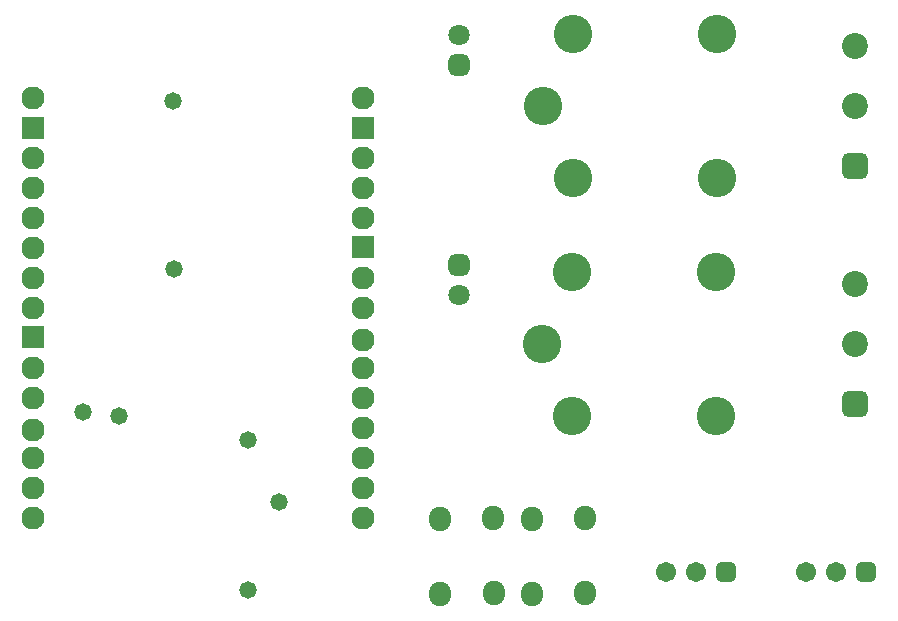
<source format=gbs>
G04*
G04 #@! TF.GenerationSoftware,Altium Limited,Altium Designer,21.3.2 (30)*
G04*
G04 Layer_Color=16711935*
%FSTAX24Y24*%
%MOIN*%
G70*
G04*
G04 #@! TF.SameCoordinates,2CDE0281-AAEF-468F-B01B-39F68B6DA6A9*
G04*
G04*
G04 #@! TF.FilePolarity,Negative*
G04*
G01*
G75*
G04:AMPARAMS|DCode=26|XSize=71mil|YSize=71mil|CornerRadius=19.7mil|HoleSize=0mil|Usage=FLASHONLY|Rotation=90.000|XOffset=0mil|YOffset=0mil|HoleType=Round|Shape=RoundedRectangle|*
%AMROUNDEDRECTD26*
21,1,0.0710,0.0315,0,0,90.0*
21,1,0.0315,0.0710,0,0,90.0*
1,1,0.0395,0.0157,0.0157*
1,1,0.0395,0.0157,-0.0157*
1,1,0.0395,-0.0157,-0.0157*
1,1,0.0395,-0.0157,0.0157*
%
%ADD26ROUNDEDRECTD26*%
%ADD27C,0.0710*%
%ADD28C,0.0770*%
%ADD29R,0.0770X0.0770*%
%ADD30O,0.0730X0.0830*%
%ADD31C,0.1280*%
%ADD32C,0.0866*%
G04:AMPARAMS|DCode=33|XSize=86.6mil|YSize=86.6mil|CornerRadius=21.7mil|HoleSize=0mil|Usage=FLASHONLY|Rotation=90.000|XOffset=0mil|YOffset=0mil|HoleType=Round|Shape=RoundedRectangle|*
%AMROUNDEDRECTD33*
21,1,0.0866,0.0433,0,0,90.0*
21,1,0.0433,0.0866,0,0,90.0*
1,1,0.0433,0.0217,0.0217*
1,1,0.0433,0.0217,-0.0217*
1,1,0.0433,-0.0217,-0.0217*
1,1,0.0433,-0.0217,0.0217*
%
%ADD33ROUNDEDRECTD33*%
%ADD34C,0.0671*%
G04:AMPARAMS|DCode=35|XSize=67.1mil|YSize=67.1mil|CornerRadius=18.8mil|HoleSize=0mil|Usage=FLASHONLY|Rotation=180.000|XOffset=0mil|YOffset=0mil|HoleType=Round|Shape=RoundedRectangle|*
%AMROUNDEDRECTD35*
21,1,0.0671,0.0295,0,0,180.0*
21,1,0.0295,0.0671,0,0,180.0*
1,1,0.0375,-0.0148,0.0148*
1,1,0.0375,0.0148,0.0148*
1,1,0.0375,0.0148,-0.0148*
1,1,0.0375,-0.0148,-0.0148*
%
%ADD35ROUNDEDRECTD35*%
%ADD36C,0.0580*%
D26*
X0689Y057D02*
D03*
X0689Y05035D02*
D03*
D27*
X0689Y058D02*
D03*
X0689Y04935D02*
D03*
D28*
X05469Y05591D02*
D03*
Y05191D02*
D03*
Y05291D02*
D03*
Y05391D02*
D03*
Y05091D02*
D03*
Y04991D02*
D03*
Y04891D02*
D03*
Y04291D02*
D03*
Y04391D02*
D03*
Y04486D02*
D03*
Y04591D02*
D03*
Y04691D02*
D03*
Y04191D02*
D03*
X06569Y05591D02*
D03*
Y05191D02*
D03*
Y05291D02*
D03*
Y05391D02*
D03*
Y04991D02*
D03*
Y04891D02*
D03*
Y04786D02*
D03*
Y04391D02*
D03*
Y04491D02*
D03*
Y04591D02*
D03*
Y04691D02*
D03*
Y04291D02*
D03*
Y04191D02*
D03*
D29*
X05469Y05491D02*
D03*
Y04796D02*
D03*
X06569Y05491D02*
D03*
Y05096D02*
D03*
D30*
X06827Y03939D02*
D03*
X07005Y0394D02*
D03*
X07004Y0419D02*
D03*
X06827Y04189D02*
D03*
X07132Y03939D02*
D03*
X0731Y0394D02*
D03*
X07309Y0419D02*
D03*
X07132Y04189D02*
D03*
D31*
X07265Y050105D02*
D03*
X07745Y045305D02*
D03*
X07165Y047705D02*
D03*
X07745Y050105D02*
D03*
X07265Y045305D02*
D03*
X0727Y058056D02*
D03*
X0775Y053256D02*
D03*
X0717Y055656D02*
D03*
X0775Y058056D02*
D03*
X0727Y053256D02*
D03*
D32*
X0821Y057656D02*
D03*
Y055656D02*
D03*
Y049705D02*
D03*
Y047705D02*
D03*
D33*
Y053656D02*
D03*
Y045705D02*
D03*
D34*
X0758Y0401D02*
D03*
X0768D02*
D03*
X08145D02*
D03*
X08045D02*
D03*
D35*
X0778D02*
D03*
X08245D02*
D03*
D36*
X05935Y0558D02*
D03*
X059378Y050228D02*
D03*
X0629Y04245D02*
D03*
X06185Y0445D02*
D03*
Y0395D02*
D03*
X05635Y04545D02*
D03*
X05755Y0453D02*
D03*
M02*

</source>
